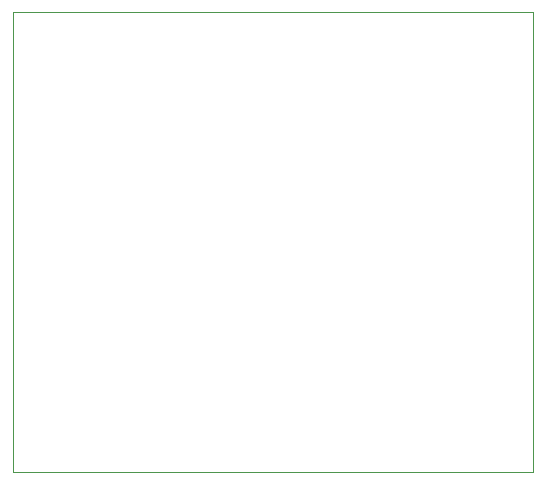
<source format=gbr>
%TF.GenerationSoftware,KiCad,Pcbnew,(5.1.9)-1*%
%TF.CreationDate,2023-08-30T23:21:40+03:00*%
%TF.ProjectId,uSoundGenerator,75536f75-6e64-4476-956e-657261746f72,rev?*%
%TF.SameCoordinates,Original*%
%TF.FileFunction,Profile,NP*%
%FSLAX46Y46*%
G04 Gerber Fmt 4.6, Leading zero omitted, Abs format (unit mm)*
G04 Created by KiCad (PCBNEW (5.1.9)-1) date 2023-08-30 23:21:40*
%MOMM*%
%LPD*%
G01*
G04 APERTURE LIST*
%TA.AperFunction,Profile*%
%ADD10C,0.050000*%
%TD*%
G04 APERTURE END LIST*
D10*
X110000000Y-99000000D02*
X110000000Y-60000000D01*
X154000000Y-99000000D02*
X110000000Y-99000000D01*
X154000000Y-60000000D02*
X154000000Y-99000000D01*
X110000000Y-60000000D02*
X154000000Y-60000000D01*
M02*

</source>
